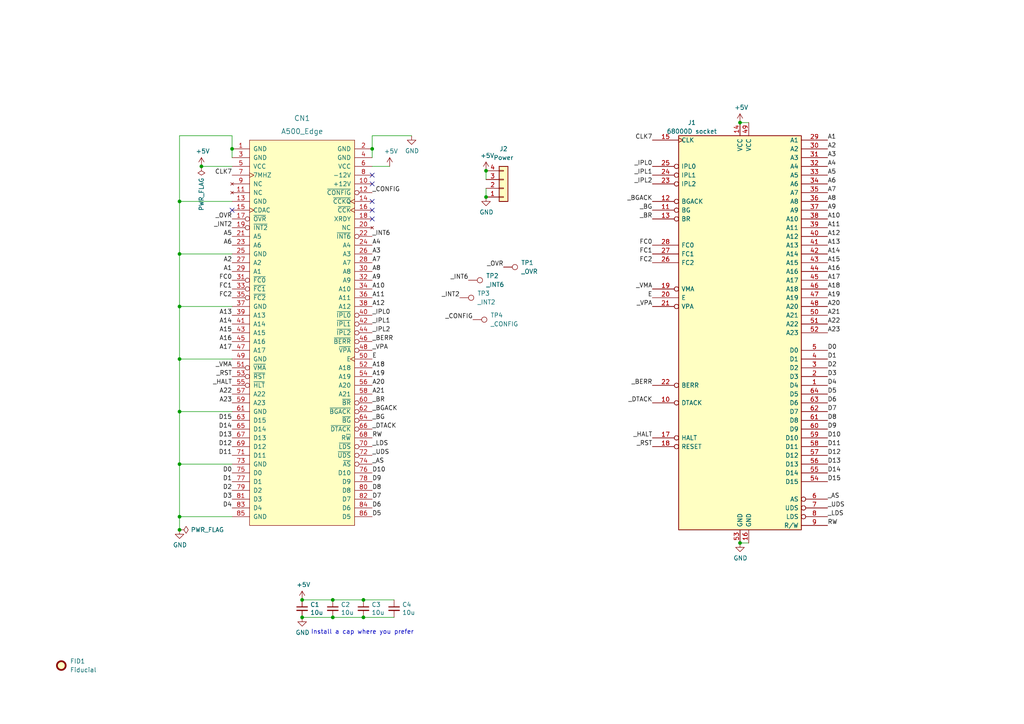
<source format=kicad_sch>
(kicad_sch (version 20230121) (generator eeschema)
  (paper "A4")
  (title_block (title "A500 Zorro CPU breakout") (date "2023-06-05") (rev "0.1") (company "FLACO 2023 CC-BY-NC-SA") (comment 1 "Install your CPU replacement outside of your Amiga 500"))
  (lib_symbols
    (symbol "CPU_NXP_68000:68000D" (pin_names (offset 0.762))
      (property "Reference" "U" (at 0 2.54 0))
      (property "Value" "68000D" (at 0 -3.81 0))
      (symbol "68000D_0_1"
        (rectangle (start -17.78 57.15) (end 17.78 -57.15) (stroke (width 0.254)) (fill (type background)))
      )
      (symbol "68000D_1_1"
        (pin bidirectional line (at 25.4 -15.24 180) (length 7.62) (name "D4") (number "1"))
        (pin input inverted (at -25.4 -20.32 0) (length 7.62) (name "DTACK") (number "10"))
        (pin output inverted (at -25.4 35.56 0) (length 7.62) (name "BG") (number "11"))
        (pin input inverted (at -25.4 38.1 0) (length 7.62) (name "BGACK") (number "12"))
        (pin input inverted (at -25.4 33.02 0) (length 7.62) (name "BR") (number "13"))
        (pin power_in line (at 0 60.96 270) (length 3.81) (name "VCC") (number "14"))
        (pin input clock (at -25.4 55.88 0) (length 7.62) (name "CLK") (number "15"))
        (pin power_in line (at 2.54 -60.96 90) (length 3.81) (name "GND") (number "16"))
        (pin bidirectional inverted (at -25.4 -30.48 0) (length 7.62) (name "HALT") (number "17"))
        (pin bidirectional inverted (at -25.4 -33.02 0) (length 7.62) (name "RESET") (number "18"))
        (pin output inverted (at -25.4 12.7 0) (length 7.62) (name "VMA") (number "19"))
        (pin bidirectional line (at 25.4 -12.7 180) (length 7.62) (name "D3") (number "2"))
        (pin output line (at -25.4 10.16 0) (length 7.62) (name "E") (number "20"))
        (pin input inverted (at -25.4 7.62 0) (length 7.62) (name "VPA") (number "21"))
        (pin input inverted (at -25.4 -15.24 0) (length 7.62) (name "BERR") (number "22"))
        (pin input inverted (at -25.4 43.18 0) (length 7.62) (name "IPL2") (number "23"))
        (pin input inverted (at -25.4 45.72 0) (length 7.62) (name "IPL1") (number "24"))
        (pin input inverted (at -25.4 48.26 0) (length 7.62) (name "IPL0") (number "25"))
        (pin output line (at -25.4 20.32 0) (length 7.62) (name "FC2") (number "26"))
        (pin output line (at -25.4 22.86 0) (length 7.62) (name "FC1") (number "27"))
        (pin output line (at -25.4 25.4 0) (length 7.62) (name "FC0") (number "28"))
        (pin output line (at 25.4 55.88 180) (length 7.62) (name "A1") (number "29"))
        (pin bidirectional line (at 25.4 -10.16 180) (length 7.62) (name "D2") (number "3"))
        (pin output line (at 25.4 53.34 180) (length 7.62) (name "A2") (number "30"))
        (pin output line (at 25.4 50.8 180) (length 7.62) (name "A3") (number "31"))
        (pin output line (at 25.4 48.26 180) (length 7.62) (name "A4") (number "32"))
        (pin output line (at 25.4 45.72 180) (length 7.62) (name "A5") (number "33"))
        (pin output line (at 25.4 43.18 180) (length 7.62) (name "A6") (number "34"))
        (pin output line (at 25.4 40.64 180) (length 7.62) (name "A7") (number "35"))
        (pin output line (at 25.4 38.1 180) (length 7.62) (name "A8") (number "36"))
        (pin output line (at 25.4 35.56 180) (length 7.62) (name "A9") (number "37"))
        (pin output line (at 25.4 33.02 180) (length 7.62) (name "A10") (number "38"))
        (pin output line (at 25.4 30.48 180) (length 7.62) (name "A11") (number "39"))
        (pin bidirectional line (at 25.4 -7.62 180) (length 7.62) (name "D1") (number "4"))
        (pin output line (at 25.4 27.94 180) (length 7.62) (name "A12") (number "40"))
        (pin output line (at 25.4 25.4 180) (length 7.62) (name "A13") (number "41"))
        (pin output line (at 25.4 22.86 180) (length 7.62) (name "A14") (number "42"))
        (pin output line (at 25.4 20.32 180) (length 7.62) (name "A15") (number "43"))
        (pin output line (at 25.4 17.78 180) (length 7.62) (name "A16") (number "44"))
        (pin output line (at 25.4 15.24 180) (length 7.62) (name "A17") (number "45"))
        (pin output line (at 25.4 12.7 180) (length 7.62) (name "A18") (number "46"))
        (pin output line (at 25.4 10.16 180) (length 7.62) (name "A19") (number "47"))
        (pin output line (at 25.4 7.62 180) (length 7.62) (name "A20") (number "48"))
        (pin power_in line (at 2.54 60.96 270) (length 3.81) (name "VCC") (number "49"))
        (pin bidirectional line (at 25.4 -5.08 180) (length 7.62) (name "D0") (number "5"))
        (pin output line (at 25.4 5.08 180) (length 7.62) (name "A21") (number "50"))
        (pin output line (at 25.4 2.54 180) (length 7.62) (name "A22") (number "51"))
        (pin output line (at 25.4 0 180) (length 7.62) (name "A23") (number "52"))
        (pin power_in line (at 0 -60.96 90) (length 3.81) (name "GND") (number "53"))
        (pin bidirectional line (at 25.4 -43.18 180) (length 7.62) (name "D15") (number "54"))
        (pin bidirectional line (at 25.4 -40.64 180) (length 7.62) (name "D14") (number "55"))
        (pin bidirectional line (at 25.4 -38.1 180) (length 7.62) (name "D13") (number "56"))
        (pin bidirectional line (at 25.4 -35.56 180) (length 7.62) (name "D12") (number "57"))
        (pin bidirectional line (at 25.4 -33.02 180) (length 7.62) (name "D11") (number "58"))
        (pin bidirectional line (at 25.4 -30.48 180) (length 7.62) (name "D10") (number "59"))
        (pin output inverted (at 25.4 -48.26 180) (length 7.62) (name "AS") (number "6"))
        (pin bidirectional line (at 25.4 -27.94 180) (length 7.62) (name "D9") (number "60"))
        (pin bidirectional line (at 25.4 -25.4 180) (length 7.62) (name "D8") (number "61"))
        (pin bidirectional line (at 25.4 -22.86 180) (length 7.62) (name "D7") (number "62"))
        (pin bidirectional line (at 25.4 -20.32 180) (length 7.62) (name "D6") (number "63"))
        (pin bidirectional line (at 25.4 -17.78 180) (length 7.62) (name "D5") (number "64"))
        (pin output inverted (at 25.4 -50.8 180) (length 7.62) (name "UDS") (number "7"))
        (pin output inverted (at 25.4 -53.34 180) (length 7.62) (name "LDS") (number "8"))
        (pin output line (at 25.4 -55.88 180) (length 7.62) (name "R/W") (number "9"))
      )
    )
    (symbol "Connector:TestPoint" (pin_numbers hide) (pin_names (offset 0.762) hide)
      (property "Reference" "TP" (at 0 6.858 0))
      (property "Value" "TestPoint" (at 0 5.08 0))
      (symbol "TestPoint_0_1"
        (circle (center 0 3.302) (radius 0.762))
      )
      (symbol "TestPoint_1_1"
        (pin passive line (at 0 0 90) (length 2.54) (name "1") (number "1"))
      )
    )
    (symbol "Connector_Generic:Conn_01x04" (pin_names (offset 1.016) hide)
      (property "Reference" "J" (at 0 5.08 0))
      (property "Value" "Conn_01x04" (at 0 -7.62 0))
      (symbol "Conn_01x04_1_1"
        (rectangle (start -1.27 -4.953) (end 0 -5.207) (stroke (width 0.1524)))
        (rectangle (start -1.27 -2.413) (end 0 -2.667) (stroke (width 0.1524)))
        (rectangle (start -1.27 0.127) (end 0 -0.127) (stroke (width 0.1524)))
        (rectangle (start -1.27 2.667) (end 0 2.413) (stroke (width 0.1524)))
        (rectangle (start -1.27 3.81) (end 1.27 -6.35) (stroke (width 0.254)) (fill (type background)))
        (pin passive line (at -5.08 2.54 0) (length 3.81) (name "Pin_1") (number "1"))
        (pin passive line (at -5.08 0 0) (length 3.81) (name "Pin_2") (number "2"))
        (pin passive line (at -5.08 -2.54 0) (length 3.81) (name "Pin_3") (number "3"))
        (pin passive line (at -5.08 -5.08 0) (length 3.81) (name "Pin_4") (number "4"))
      )
    )
    (symbol "Device:C_Small" (pin_numbers hide) (pin_names (offset 0.254) hide)
      (property "Reference" "C" (at 0.254 1.778 0))
      (property "Value" "C_Small" (at 0.254 -2.032 0))
      (symbol "C_Small_0_1"
        (polyline (pts (xy -1.524 -0.508) (xy 1.524 -0.508)) (stroke (width 0.3302)))
        (polyline (pts (xy -1.524 0.508) (xy 1.524 0.508)) (stroke (width 0.3048)))
      )
      (symbol "C_Small_1_1"
        (pin passive line (at 0 2.54 270) (length 2.032) (name "~") (number "1"))
        (pin passive line (at 0 -2.54 90) (length 2.032) (name "~") (number "2"))
      )
    )
    (symbol "Mechanical:Fiducial"
      (property "Reference" "FID" (at 0 5.08 0))
      (property "Value" "Fiducial" (at 0 3.175 0))
      (symbol "Fiducial_0_1"
        (circle (center 0 0) (radius 1.27) (stroke (width 0.508)) (fill (type background)))
      )
    )
    (symbol "Sassa:A500_Edge" (pin_names (offset 1.016))
      (property "Reference" "CN" (at -15.24 55.88 0))
      (property "Value" "A500_Edge" (at -15.24 -59.055 0))
      (symbol "A500_Edge_0_1"
        (rectangle (start -15.24 55.88) (end 15.24 -55.88) (fill (type background)))
      )
      (symbol "A500_Edge_1_0"
        (pin power_out line (at -20.32 53.34 0) (length 5.08) (name "GND") (number "1"))
        (pin power_out line (at 20.32 43.18 180) (length 5.08) (name "+12V") (number "10"))
        (pin no_connect line (at -20.32 40.64 0) (length 5.08) (name "NC") (number "11"))
        (pin bidirectional inverted (at 20.32 40.64 180) (length 5.08) (name "~{CONFIG}") (number "12"))
        (pin passive line (at -20.32 38.1 0) (length 5.08) (name "GND") (number "13"))
        (pin output clock (at 20.32 38.1 180) (length 5.08) (name "~{CCKQ}") (number "14"))
        (pin output clock (at -20.32 35.56 0) (length 5.08) (name "CDAC") (number "15"))
        (pin output clock (at 20.32 35.56 180) (length 5.08) (name "~{CCK}") (number "16"))
        (pin input inverted (at -20.32 33.02 0) (length 5.08) (name "~{OVR}") (number "17"))
        (pin input line (at 20.32 33.02 180) (length 5.08) (name "XRDY") (number "18"))
        (pin bidirectional inverted (at -20.32 30.48 0) (length 5.08) (name "~{INT2}") (number "19"))
        (pin passive line (at 20.32 53.34 180) (length 5.08) (name "GND") (number "2"))
        (pin no_connect line (at 20.32 30.48 180) (length 5.08) (name "NC") (number "20"))
        (pin bidirectional line (at -20.32 27.94 0) (length 5.08) (name "A5") (number "21"))
        (pin bidirectional inverted (at 20.32 27.94 180) (length 5.08) (name "~{INT6}") (number "22"))
        (pin bidirectional line (at -20.32 25.4 0) (length 5.08) (name "A6") (number "23"))
        (pin bidirectional line (at 20.32 25.4 180) (length 5.08) (name "A4") (number "24"))
        (pin passive line (at -20.32 22.86 0) (length 5.08) (name "GND") (number "25"))
        (pin bidirectional line (at 20.32 22.86 180) (length 5.08) (name "A3") (number "26"))
        (pin bidirectional line (at -20.32 20.32 0) (length 5.08) (name "A2") (number "27"))
        (pin bidirectional line (at 20.32 20.32 180) (length 5.08) (name "A7") (number "28"))
        (pin bidirectional line (at -20.32 17.78 0) (length 5.08) (name "A1") (number "29"))
        (pin passive line (at -20.32 50.8 0) (length 5.08) (name "GND") (number "3"))
        (pin bidirectional line (at 20.32 17.78 180) (length 5.08) (name "A8") (number "30"))
        (pin bidirectional inverted (at -20.32 15.24 0) (length 5.08) (name "~{FC0}") (number "31"))
        (pin bidirectional line (at 20.32 15.24 180) (length 5.08) (name "A9") (number "32"))
        (pin bidirectional inverted (at -20.32 12.7 0) (length 5.08) (name "~{FC1}") (number "33"))
        (pin bidirectional line (at 20.32 12.7 180) (length 5.08) (name "A10") (number "34"))
        (pin bidirectional inverted (at -20.32 10.16 0) (length 5.08) (name "~{FC2}") (number "35"))
        (pin bidirectional line (at 20.32 10.16 180) (length 5.08) (name "A11") (number "36"))
        (pin passive line (at -20.32 7.62 0) (length 5.08) (name "GND") (number "37"))
        (pin bidirectional line (at 20.32 7.62 180) (length 5.08) (name "A12") (number "38"))
        (pin bidirectional line (at -20.32 5.08 0) (length 5.08) (name "A13") (number "39"))
        (pin passive line (at 20.32 50.8 180) (length 5.08) (name "GND") (number "4"))
        (pin bidirectional inverted (at 20.32 5.08 180) (length 5.08) (name "~{IPL0}") (number "40"))
        (pin bidirectional line (at -20.32 2.54 0) (length 5.08) (name "A14") (number "41"))
        (pin bidirectional inverted (at 20.32 2.54 180) (length 5.08) (name "~{IPL1}") (number "42"))
        (pin bidirectional line (at -20.32 0 0) (length 5.08) (name "A15") (number "43"))
        (pin bidirectional inverted (at 20.32 0 180) (length 5.08) (name "~{IPL2}") (number "44"))
        (pin bidirectional line (at -20.32 -2.54 0) (length 5.08) (name "A16") (number "45"))
        (pin bidirectional inverted (at 20.32 -2.54 180) (length 5.08) (name "~{BERR}") (number "46"))
        (pin bidirectional line (at -20.32 -5.08 0) (length 5.08) (name "A17") (number "47"))
        (pin output inverted (at 20.32 -5.08 180) (length 5.08) (name "~{VPA}") (number "48"))
        (pin passive line (at -20.32 -7.62 0) (length 5.08) (name "GND") (number "49"))
        (pin power_out line (at -20.32 48.26 0) (length 5.08) (name "VCC") (number "5"))
        (pin bidirectional clock (at 20.32 -7.62 180) (length 5.08) (name "E") (number "50"))
        (pin bidirectional inverted (at -20.32 -10.16 0) (length 5.08) (name "~{VMA}") (number "51"))
        (pin bidirectional line (at 20.32 -10.16 180) (length 5.08) (name "A18") (number "52"))
        (pin bidirectional inverted (at -20.32 -12.7 0) (length 5.08) (name "~{RST}") (number "53"))
        (pin bidirectional line (at 20.32 -12.7 180) (length 5.08) (name "A19") (number "54"))
        (pin bidirectional inverted (at -20.32 -15.24 0) (length 5.08) (name "~{HLT}") (number "55"))
        (pin bidirectional line (at 20.32 -15.24 180) (length 5.08) (name "A20") (number "56"))
        (pin bidirectional line (at -20.32 -17.78 0) (length 5.08) (name "A22") (number "57"))
        (pin bidirectional line (at 20.32 -17.78 180) (length 5.08) (name "A21") (number "58"))
        (pin bidirectional line (at -20.32 -20.32 0) (length 5.08) (name "A23") (number "59"))
        (pin passive line (at 20.32 48.26 180) (length 5.08) (name "VCC") (number "6"))
        (pin input inverted (at 20.32 -20.32 180) (length 5.08) (name "~{BR}") (number "60"))
        (pin passive line (at -20.32 -22.86 0) (length 5.08) (name "GND") (number "61"))
        (pin input inverted (at 20.32 -22.86 180) (length 5.08) (name "~{BGACK}") (number "62"))
        (pin bidirectional line (at -20.32 -25.4 0) (length 5.08) (name "D15") (number "63"))
        (pin output inverted (at 20.32 -25.4 180) (length 5.08) (name "~{BG}") (number "64"))
        (pin bidirectional line (at -20.32 -27.94 0) (length 5.08) (name "D14") (number "65"))
        (pin bidirectional inverted (at 20.32 -27.94 180) (length 5.08) (name "~{DTACK}") (number "66"))
        (pin bidirectional line (at -20.32 -30.48 0) (length 5.08) (name "D13") (number "67"))
        (pin bidirectional line (at 20.32 -30.48 180) (length 5.08) (name "R~{W}") (number "68"))
        (pin bidirectional line (at -20.32 -33.02 0) (length 5.08) (name "D12") (number "69"))
        (pin output clock (at -20.32 45.72 0) (length 5.08) (name "7MHZ") (number "7"))
        (pin bidirectional inverted (at 20.32 -33.02 180) (length 5.08) (name "~{LDS}") (number "70"))
        (pin bidirectional line (at -20.32 -35.56 0) (length 5.08) (name "D11") (number "71"))
        (pin bidirectional inverted (at 20.32 -35.56 180) (length 5.08) (name "~{UDS}") (number "72"))
        (pin passive line (at -20.32 -38.1 0) (length 5.08) (name "GND") (number "73"))
        (pin bidirectional inverted (at 20.32 -38.1 180) (length 5.08) (name "~{AS}") (number "74"))
        (pin bidirectional line (at -20.32 -40.64 0) (length 5.08) (name "D0") (number "75"))
        (pin bidirectional line (at 20.32 -40.64 180) (length 5.08) (name "D10") (number "76"))
        (pin bidirectional line (at -20.32 -43.18 0) (length 5.08) (name "D1") (number "77"))
        (pin bidirectional line (at 20.32 -43.18 180) (length 5.08) (name "D9") (number "78"))
        (pin bidirectional line (at -20.32 -45.72 0) (length 5.08) (name "D2") (number "79"))
        (pin power_out line (at 20.32 45.72 180) (length 5.08) (name "-12V") (number "8"))
        (pin bidirectional line (at 20.32 -45.72 180) (length 5.08) (name "D8") (number "80"))
        (pin bidirectional line (at -20.32 -48.26 0) (length 5.08) (name "D3") (number "81"))
        (pin bidirectional line (at 20.32 -48.26 180) (length 5.08) (name "D7") (number "82"))
        (pin bidirectional line (at -20.32 -50.8 0) (length 5.08) (name "D4") (number "83"))
        (pin bidirectional line (at 20.32 -50.8 180) (length 5.08) (name "D6") (number "84"))
        (pin passive line (at -20.32 -53.34 0) (length 5.08) (name "GND") (number "85"))
        (pin bidirectional line (at 20.32 -53.34 180) (length 5.08) (name "D5") (number "86"))
        (pin no_connect line (at -20.32 43.18 0) (length 5.08) (name "NC") (number "9"))
      )
    )
    (symbol "power:+5V" (power) (pin_names (offset 0))
      (property "Value" "+5V" (at 0 3.556 0))
      (symbol "+5V_0_1"
        (polyline (pts (xy -0.762 1.27) (xy 0 2.54)))
        (polyline (pts (xy 0 0) (xy 0 2.54)))
        (polyline (pts (xy 0 2.54) (xy 0.762 1.27)))
      )
      (symbol "+5V_1_1"
        (pin power_in line (at 0 0 90) (length 0) hide (name "+5V") (number "1"))
      )
    )
    (symbol "power:GND" (power) (pin_names (offset 0))
      (property "Value" "GND" (at 0 -3.81 0))
      (symbol "GND_0_1"
        (polyline (pts (xy 0 0) (xy 0 -1.27) (xy 1.27 -1.27) (xy 0 -2.54) (xy -1.27 -1.27) (xy 0 -1.27)))
      )
      (symbol "GND_1_1"
        (pin power_in line (at 0 0 270) (length 0) hide (name "GND") (number "1"))
      )
    )
    (symbol "power:PWR_FLAG" (power) (pin_numbers hide) (pin_names (offset 0) hide)
      (property "Value" "PWR_FLAG" (at 0 3.81 0))
      (symbol "PWR_FLAG_0_0"
        (pin power_out line (at 0 0 90) (length 0) (name "pwr") (number "1"))
      )
      (symbol "PWR_FLAG_0_1"
        (polyline (pts (xy 0 0) (xy 0 1.27) (xy -1.016 1.905) (xy 0 2.54) (xy 1.016 1.905) (xy 0 1.27)))
      )
    )
  )
  (junction (at 87.63 179.07))
  (junction (at 96.52 173.99))
  (junction (at 58.42 48.26))
  (junction (at 140.97 57.15))
  (junction (at 96.52 179.07))
  (junction (at 52.07 104.14))
  (junction (at 52.07 134.62))
  (junction (at 105.41 179.07))
  (junction (at 214.63 157.48))
  (junction (at 52.07 58.42))
  (junction (at 52.07 119.38))
  (junction (at 107.95 43.18))
  (junction (at 105.41 173.99))
  (junction (at 140.97 49.53))
  (junction (at 214.63 35.56))
  (junction (at 52.07 88.9))
  (junction (at 52.07 73.66))
  (junction (at 52.07 153.67))
  (junction (at 67.31 43.18))
  (junction (at 87.63 173.99))
  (junction (at 52.07 149.86))
  (no_connect (at 107.95 63.5))
  (no_connect (at 107.95 58.42))
  (no_connect (at 67.31 60.96))
  (no_connect (at 107.95 60.96))
  (no_connect (at 107.95 50.8))
  (no_connect (at 107.95 53.34))
  (wire (pts (xy 105.41 179.07) (xy 114.3 179.07)))
  (wire (pts (xy 52.07 88.9) (xy 67.31 88.9)))
  (wire (pts (xy 67.31 39.37) (xy 67.31 43.18)))
  (wire (pts (xy 107.95 39.37) (xy 107.95 43.18)))
  (wire (pts (xy 140.97 49.53) (xy 140.97 52.07)))
  (wire (pts (xy 217.17 157.48) (xy 214.63 157.48)))
  (wire (pts (xy 67.31 58.42) (xy 52.07 58.42)))
  (wire (pts (xy 52.07 39.37) (xy 67.31 39.37)))
  (wire (pts (xy 52.07 134.62) (xy 67.31 134.62)))
  (wire (pts (xy 52.07 119.38) (xy 52.07 134.62)))
  (wire (pts (xy 67.31 43.18) (xy 67.31 45.72)))
  (wire (pts (xy 52.07 73.66) (xy 52.07 88.9)))
  (wire (pts (xy 52.07 149.86) (xy 52.07 153.67)))
  (wire (pts (xy 87.63 173.99) (xy 96.52 173.99)))
  (wire (pts (xy 52.07 88.9) (xy 52.07 104.14)))
  (wire (pts (xy 96.52 179.07) (xy 105.41 179.07)))
  (wire (pts (xy 52.07 39.37) (xy 52.07 58.42)))
  (wire (pts (xy 52.07 58.42) (xy 52.07 73.66)))
  (wire (pts (xy 217.17 35.56) (xy 214.63 35.56)))
  (wire (pts (xy 52.07 73.66) (xy 67.31 73.66)))
  (wire (pts (xy 52.07 149.86) (xy 67.31 149.86)))
  (wire (pts (xy 58.42 48.26) (xy 67.31 48.26)))
  (wire (pts (xy 105.41 173.99) (xy 114.3 173.99)))
  (wire (pts (xy 52.07 119.38) (xy 67.31 119.38)))
  (wire (pts (xy 96.52 173.99) (xy 105.41 173.99)))
  (wire (pts (xy 52.07 104.14) (xy 67.31 104.14)))
  (wire (pts (xy 140.97 54.61) (xy 140.97 57.15)))
  (wire (pts (xy 107.95 48.26) (xy 113.03 48.26)))
  (wire (pts (xy 87.63 179.07) (xy 96.52 179.07)))
  (wire (pts (xy 52.07 104.14) (xy 52.07 119.38)))
  (wire (pts (xy 52.07 134.62) (xy 52.07 149.86)))
  (wire (pts (xy 119.38 39.37) (xy 107.95 39.37)))
  (wire (pts (xy 107.95 43.18) (xy 107.95 45.72)))
  (text "Install a cap where you prefer" (at 90.17 184.15 0) (effects (font (size 1.27 1.27)) (justify left bottom)))
  (label "A5" (at 240.03 50.8 0))
  (label "A13" (at 240.03 71.12 0))
  (label "E" (at 189.23 86.36 180))
  (label "A22" (at 240.03 93.98 0))
  (label "D4" (at 240.03 111.76 0))
  (label "_UDS" (at 107.95 132.08 0))
  (label "D4" (at 67.31 147.32 180))
  (label "_VMA" (at 67.31 106.68 180))
  (label "D7" (at 107.95 144.78 0))
  (label "A17" (at 240.03 81.28 0))
  (label "FC2" (at 67.31 86.36 180))
  (label "_INT6" (at 135.89 81.28 180))
  (label "_BR" (at 189.23 63.5 180))
  (label "A14" (at 240.03 73.66 0))
  (label "A11" (at 240.03 66.04 0))
  (label "_OVR" (at 146.05 77.47 180))
  (label "RW" (at 240.03 152.4 0))
  (label "_RST" (at 189.23 129.54 180))
  (label "A23" (at 67.31 116.84 180))
  (label "_BR" (at 107.95 116.84 0))
  (label "_RST" (at 67.31 109.22 180))
  (label "D7" (at 240.03 119.38 0))
  (label "D15" (at 240.03 139.7 0))
  (label "_IPL2" (at 107.95 96.52 0))
  (label "A23" (at 240.03 96.52 0))
  (label "_BGACK" (at 107.95 119.38 0))
  (label "_VMA" (at 189.23 83.82 180))
  (label "_BGACK" (at 189.23 58.42 180))
  (label "D6" (at 240.03 116.84 0))
  (label "A14" (at 67.31 93.98 180))
  (label "D12" (at 67.31 129.54 180))
  (label "A3" (at 240.03 45.72 0))
  (label "D14" (at 67.31 124.46 180))
  (label "A11" (at 107.95 86.36 0))
  (label "A21" (at 107.95 114.3 0))
  (label "_UDS" (at 240.03 147.32 0))
  (label "A4" (at 107.95 71.12 0))
  (label "_DTACK" (at 189.23 116.84 180))
  (label "FC1" (at 189.23 73.66 180))
  (label "_HALT" (at 67.31 111.76 180))
  (label "D1" (at 240.03 104.14 0))
  (label "_IPL0" (at 107.95 91.44 0))
  (label "_DTACK" (at 107.95 124.46 0))
  (label "A9" (at 107.95 81.28 0))
  (label "_HALT" (at 189.23 127 180))
  (label "_CONFIG" (at 107.95 55.88 0))
  (label "D2" (at 67.31 142.24 180))
  (label "FC0" (at 67.31 81.28 180))
  (label "A1" (at 240.03 40.64 0))
  (label "_VPA" (at 107.95 101.6 0))
  (label "_INT2" (at 67.31 66.04 180))
  (label "_BERR" (at 107.95 99.06 0))
  (label "A4" (at 240.03 48.26 0))
  (label "D10" (at 240.03 127 0))
  (label "FC2" (at 189.23 76.2 180))
  (label "A5" (at 67.31 68.58 180))
  (label "D15" (at 67.31 121.92 180))
  (label "A6" (at 67.31 71.12 180))
  (label "D0" (at 240.03 101.6 0))
  (label "D13" (at 67.31 127 180))
  (label "A17" (at 67.31 101.6 180))
  (label "A6" (at 240.03 53.34 0))
  (label "A13" (at 67.31 91.44 180))
  (label "A1" (at 67.31 78.74 180))
  (label "A16" (at 240.03 78.74 0))
  (label "_IPL2" (at 189.23 53.34 180))
  (label "A7" (at 240.03 55.88 0))
  (label "A8" (at 240.03 58.42 0))
  (label "A7" (at 107.95 76.2 0))
  (label "_IPL0" (at 189.23 48.26 180))
  (label "D10" (at 107.95 137.16 0))
  (label "D3" (at 240.03 109.22 0))
  (label "A19" (at 107.95 109.22 0))
  (label "D14" (at 240.03 137.16 0))
  (label "D8" (at 107.95 142.24 0))
  (label "A10" (at 240.03 63.5 0))
  (label "_INT2" (at 133.35 86.36 180))
  (label "_AS" (at 107.95 134.62 0))
  (label "A21" (at 240.03 91.44 0))
  (label "E" (at 107.95 104.14 0))
  (label "D2" (at 240.03 106.68 0))
  (label "A16" (at 67.31 99.06 180))
  (label "D11" (at 67.31 132.08 180))
  (label "_BG" (at 189.23 60.96 180))
  (label "A20" (at 240.03 88.9 0))
  (label "A20" (at 107.95 111.76 0))
  (label "FC1" (at 67.31 83.82 180))
  (label "A2" (at 240.03 43.18 0))
  (label "D6" (at 107.95 147.32 0))
  (label "_AS" (at 240.03 144.78 0))
  (label "A3" (at 107.95 73.66 0))
  (label "D13" (at 240.03 134.62 0))
  (label "RW" (at 107.95 127 0))
  (label "_CONFIG" (at 137.16 92.71 180))
  (label "A10" (at 107.95 83.82 0))
  (label "A2" (at 67.31 76.2 180))
  (label "A22" (at 67.31 114.3 180))
  (label "D5" (at 107.95 149.86 0))
  (label "D5" (at 240.03 114.3 0))
  (label "_IPL1" (at 189.23 50.8 180))
  (label "CLK7" (at 189.23 40.64 180))
  (label "A18" (at 240.03 83.82 0))
  (label "D1" (at 67.31 139.7 180))
  (label "A8" (at 107.95 78.74 0))
  (label "_LDS" (at 240.03 149.86 0))
  (label "_LDS" (at 107.95 129.54 0))
  (label "A12" (at 107.95 88.9 0))
  (label "_BERR" (at 189.23 111.76 180))
  (label "A9" (at 240.03 60.96 0))
  (label "_VPA" (at 189.23 88.9 180))
  (label "A12" (at 240.03 68.58 0))
  (label "D11" (at 240.03 129.54 0))
  (label "_BG" (at 107.95 121.92 0))
  (label "D9" (at 107.95 139.7 0))
  (label "CLK7" (at 67.31 50.8 180))
  (label "_INT6" (at 107.95 68.58 0))
  (label "D12" (at 240.03 132.08 0))
  (label "D3" (at 67.31 144.78 180))
  (label "A18" (at 107.95 106.68 0))
  (label "_OVR" (at 67.31 63.5 180))
  (label "_IPL1" (at 107.95 93.98 0))
  (label "D0" (at 67.31 137.16 180))
  (label "D9" (at 240.03 124.46 0))
  (label "A19" (at 240.03 86.36 0))
  (label "A15" (at 67.31 96.52 180))
  (label "D8" (at 240.03 121.92 0))
  (label "FC0" (at 189.23 71.12 180))
  (label "A15" (at 240.03 76.2 0))
  (symbol (lib_id "Device:C_Small") (at 114.3 176.53 0) (unit 1)
    (property "Reference" "C4" (at 116.6368 175.3616 0) (effects (justify left)))
    (property "Value" "10u" (at 116.6368 177.673 0) (effects (justify left)))
    (property "Footprint" "Capacitor_SMD:C_0805_2012Metric" (effects hide))
  )
  (symbol (lib_id "power:GND") (at 119.38 39.37 0) (unit 1)
    (property "Reference" "#PWR06" (effects hide))
    (property "Value" "GND" (at 119.507 43.7642 0))
  )
  (symbol (lib_id "power:GND") (at 87.63 179.07 0) (unit 1)
    (property "Reference" "#PWR08" (effects hide))
    (property "Value" "GND" (at 87.757 183.4642 0))
  )
  (symbol (lib_id "power:+5V") (at 214.63 35.56 0) (unit 1)
    (property "Reference" "#PWR01" (effects hide))
    (property "Value" "+5V" (at 215.011 31.1658 0))
  )
  (symbol (lib_id "CPU_NXP_68000:68000D") (at 214.63 96.52 0) (unit 1)
    (property "Reference" "J1" (at 200.66 35.56 0))
    (property "Value" "68000D socket" (at 200.66 38.1 0))
    (property "Footprint" "Sassa:DIP-64_W22.86mm_Socket_LongPads_BigHoles1.0" (effects hide))
    (property "Datasheet" "https://www.nxp.com/docs/en/reference-manual/MC68000UM.pdf" (effects hide))
  )
  (symbol (lib_id "Sassa:A500_Edge") (at 87.63 96.52 0) (unit 1)
    (property "Reference" "CN1" (at 87.63 34.29 0) (effects (font (size 1.4986 1.4986))))
    (property "Value" "A500_Edge" (at 87.63 38.1 0) (effects (font (size 1.4986 1.4986))))
    (property "Footprint" "Sassa:A500_ExpansionSocket_2x43_P2.54mm_5mm" (effects hide))
    (property "Datasheet" "https://www.fujitsu.com/downloads/MICRO/fcai/connectors/fcn224j.pdf" (effects hide))
  )
  (symbol (lib_id "power:PWR_FLAG") (at 58.42 48.26 180) (unit 1)
    (property "Reference" "#FLG04" (effects hide))
    (property "Value" "PWR_FLAG" (at 58.42 51.5112 90) (effects (justify left)))
  )
  (symbol (lib_id "power:+5V") (at 87.63 173.99 0) (unit 1)
    (property "Reference" "#PWR07" (effects hide))
    (property "Value" "+5V" (at 88.011 169.5958 0))
  )
  (symbol (lib_id "Device:C_Small") (at 87.63 176.53 0) (unit 1)
    (property "Reference" "C1" (at 89.9668 175.3616 0) (effects (justify left)))
    (property "Value" "10u" (at 89.9668 177.673 0) (effects (justify left)))
    (property "Footprint" "Capacitor_SMD:C_0805_2012Metric" (effects hide))
  )
  (symbol (lib_id "Mechanical:Fiducial") (at 17.78 193.04 0) (unit 1)
    (property "Reference" "FID1" (at 20.32 191.77 0) (effects (justify left)))
    (property "Value" "Fiducial" (at 20.32 194.31 0) (effects (justify left)))
    (property "Footprint" "Sassa:CC_BY_NC_SA_long_silkscreen" (effects hide))
  )
  (symbol (lib_id "power:GND") (at 52.07 153.67 0) (unit 1)
    (property "Reference" "#PWR03" (effects hide))
    (property "Value" "GND" (at 52.197 158.0642 0))
  )
  (symbol (lib_id "Connector:TestPoint") (at 137.16 92.71 270) (unit 1)
    (property "Reference" "TP4" (at 142.24 91.44 90) (effects (justify left)))
    (property "Value" "_CONFIG" (at 142.24 93.98 90) (effects (justify left)))
    (property "Footprint" "Sassa:TestPoint_THTPad_D1.7mm_Drill1.0mm" (effects hide))
  )
  (symbol (lib_id "power:PWR_FLAG") (at 52.07 153.67 270) (unit 1)
    (property "Reference" "#FLG03" (effects hide))
    (property "Value" "PWR_FLAG" (at 55.3212 153.67 90) (effects (justify left)))
  )
  (symbol (lib_id "Device:C_Small") (at 96.52 176.53 0) (unit 1)
    (property "Reference" "C2" (at 98.8568 175.3616 0) (effects (justify left)))
    (property "Value" "10u" (at 98.8568 177.673 0) (effects (justify left)))
    (property "Footprint" "Capacitor_SMD:C_0805_2012Metric" (effects hide))
  )
  (symbol (lib_id "power:+5V") (at 58.42 48.26 0) (unit 1)
    (property "Reference" "#PWR04" (effects hide))
    (property "Value" "+5V" (at 58.801 43.8658 0))
  )
  (symbol (lib_id "power:+5V") (at 113.03 48.26 0) (unit 1)
    (property "Reference" "#PWR05" (effects hide))
    (property "Value" "+5V" (at 113.411 43.8658 0))
  )
  (symbol (lib_id "Connector:TestPoint") (at 135.89 81.28 270) (unit 1)
    (property "Reference" "TP2" (at 140.97 80.01 90) (effects (justify left)))
    (property "Value" "_INT6" (at 140.97 82.55 90) (effects (justify left)))
    (property "Footprint" "Sassa:TestPoint_THTPad_D1.7mm_Drill1.0mm" (effects hide))
  )
  (symbol (lib_id "Connector_Generic:Conn_01x04") (at 146.05 54.61 0) (mirror x) (unit 1)
    (property "Reference" "J2" (at 146.05 43.18 0))
    (property "Value" "Power" (at 146.05 45.72 0))
    (property "Footprint" "Connector_PinHeader_2.54mm:PinHeader_1x04_P2.54mm_Vertical" (effects hide))
  )
  (symbol (lib_id "Connector:TestPoint") (at 133.35 86.36 270) (unit 1)
    (property "Reference" "TP3" (at 138.43 85.09 90) (effects (justify left)))
    (property "Value" "_INT2" (at 138.43 87.63 90) (effects (justify left)))
    (property "Footprint" "Sassa:TestPoint_THTPad_D1.7mm_Drill1.0mm" (effects hide))
  )
  (symbol (lib_id "Device:C_Small") (at 105.41 176.53 0) (unit 1)
    (property "Reference" "C3" (at 107.7468 175.3616 0) (effects (justify left)))
    (property "Value" "10u" (at 107.7468 177.673 0) (effects (justify left)))
    (property "Footprint" "Capacitor_SMD:C_0805_2012Metric" (effects hide))
  )
  (symbol (lib_id "power:GND") (at 140.97 57.15 0) (unit 1)
    (property "Reference" "#PWR09" (effects hide))
    (property "Value" "GND" (at 141.097 61.5442 0))
  )
  (symbol (lib_id "power:+5V") (at 140.97 49.53 0) (unit 1)
    (property "Reference" "#PWR010" (effects hide))
    (property "Value" "+5V" (at 141.351 45.1358 0))
  )
  (symbol (lib_id "Connector:TestPoint") (at 146.05 77.47 270) (unit 1)
    (property "Reference" "TP1" (at 151.13 76.2 90) (effects (justify left)))
    (property "Value" "_OVR" (at 151.13 78.74 90) (effects (justify left)))
    (property "Footprint" "Sassa:TestPoint_THTPad_D1.7mm_Drill1.0mm" (effects hide))
  )
  (symbol (lib_id "power:GND") (at 214.63 157.48 0) (unit 1)
    (property "Reference" "#PWR02" (effects hide))
    (property "Value" "GND" (at 214.757 161.8742 0))
  )
)
</source>
